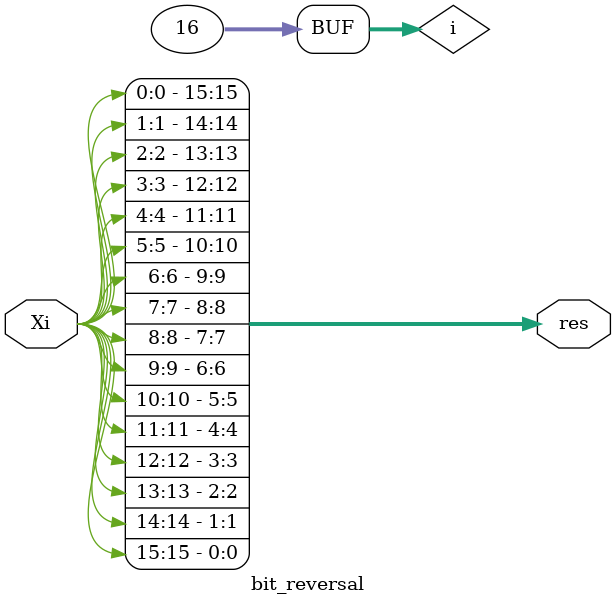
<source format=v>
module bit_reversal (Xi,res);
parameter N = 4;
input  [(2**N)-1:0] Xi;
output reg[(2**N)-1:0] res;

integer i;
always @(*) begin
    for (i = 0; i<2**N; i = i+1) begin
         res[i] = Xi[(2**N)-i-1];
    end 
end
    
endmodule


</source>
